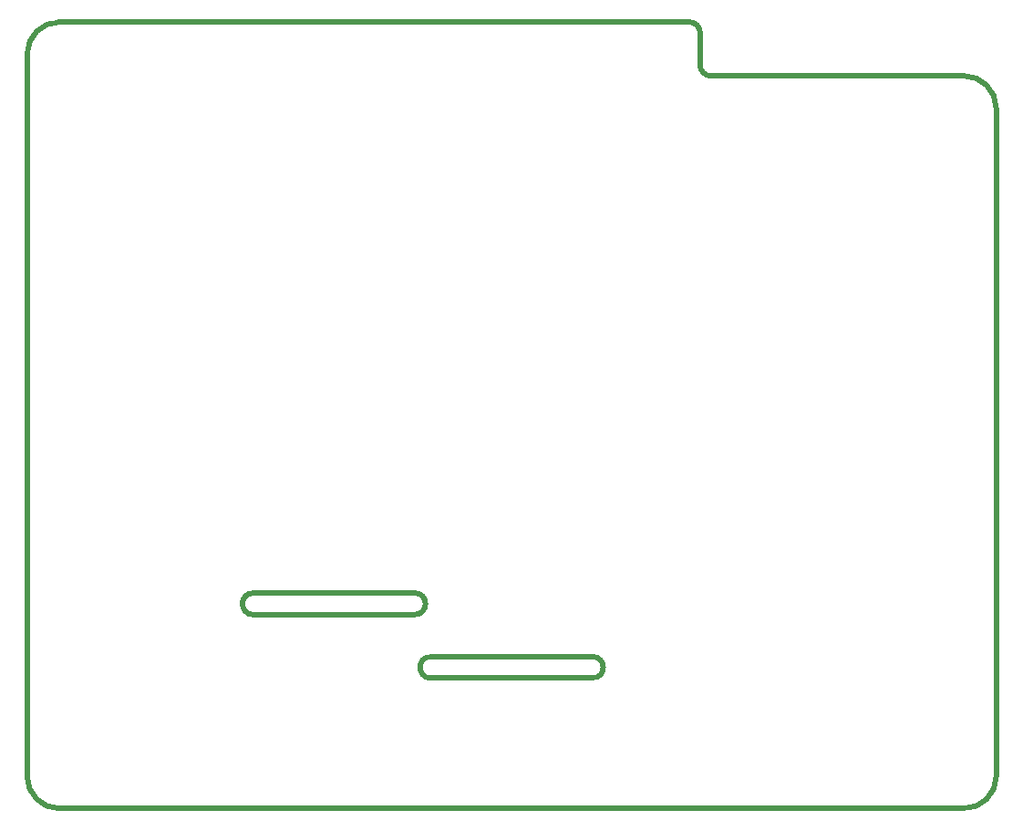
<source format=gm1>
G04 Layer_Color=16711935*
%FSLAX44Y44*%
%MOMM*%
G71*
G01*
G75*
%ADD11C,0.2000*%
%ADD15C,0.5000*%
D11*
X564000Y0D02*
X565000Y1000D01*
D15*
X625000Y690000D02*
G03*
X635000Y680000I10000J0D01*
G01*
X625000Y720000D02*
G03*
X615000Y730000I-10000J0D01*
G01*
X210000Y200000D02*
G03*
X210000Y180000I0J-10000D01*
G01*
X360000D02*
G03*
X360000Y200000I0J10000D01*
G01*
X30000Y730000D02*
G03*
X0Y700000I0J-30000D01*
G01*
Y30000D02*
G03*
X30000Y0I30000J0D01*
G01*
X870000D02*
G03*
X900000Y30000I0J30000D01*
G01*
Y650000D02*
G03*
X870000Y680000I-30000J0D01*
G01*
X525000Y121000D02*
G03*
X525000Y141000I0J10000D01*
G01*
X375000D02*
G03*
X375000Y121000I0J-10000D01*
G01*
X635000Y680000D02*
X870000D01*
X625000Y690000D02*
Y720000D01*
X30000Y730000D02*
X615000D01*
X210000Y180000D02*
X360000D01*
X210000Y200000D02*
X360000D01*
X900000Y30000D02*
Y650000D01*
X30000Y0D02*
X870000D01*
X0Y30000D02*
Y700000D01*
X375000Y141000D02*
X525000D01*
X375000Y121000D02*
X525000D01*
M02*

</source>
